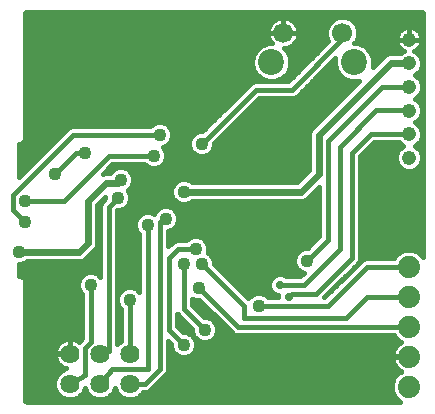
<source format=gbl>
G75*
G70*
%OFA0B0*%
%FSLAX24Y24*%
%IPPOS*%
%LPD*%
%AMOC8*
5,1,8,0,0,1.08239X$1,22.5*
%
%ADD10C,0.0640*%
%ADD11C,0.0740*%
%ADD12C,0.0866*%
%ADD13C,0.0669*%
%ADD14C,0.0476*%
%ADD15C,0.0160*%
%ADD16C,0.0436*%
%ADD17C,0.0290*%
%ADD18C,0.0240*%
D10*
X007600Y001001D03*
X008600Y001001D03*
X009600Y001001D03*
X009600Y002001D03*
X008600Y002001D03*
X007600Y002001D03*
D11*
X018900Y001901D03*
X018900Y002901D03*
X018900Y003901D03*
X018900Y004901D03*
X018900Y000901D03*
D12*
X017078Y011716D03*
X014322Y011716D03*
D13*
X014716Y012701D03*
X016684Y012701D03*
D14*
X018906Y012469D03*
X018906Y011682D03*
X018906Y010894D03*
X018906Y010107D03*
X018906Y009320D03*
X018906Y008532D03*
D15*
X006100Y004483D02*
X006100Y000483D01*
X006102Y000467D01*
X006114Y000437D01*
X006137Y000415D01*
X006167Y000402D01*
X006183Y000401D01*
X018618Y000401D01*
X018577Y000417D01*
X018417Y000578D01*
X018330Y000787D01*
X018330Y001014D01*
X018417Y001224D01*
X018577Y001384D01*
X018646Y001413D01*
X018612Y001430D01*
X018542Y001481D01*
X018480Y001542D01*
X018430Y001612D01*
X018390Y001690D01*
X018364Y001772D01*
X018350Y001857D01*
X018350Y001881D01*
X018880Y001881D01*
X018880Y001921D01*
X018350Y001921D01*
X018350Y001944D01*
X018364Y002029D01*
X018390Y002112D01*
X018430Y002189D01*
X018480Y002259D01*
X018542Y002320D01*
X018612Y002371D01*
X018646Y002389D01*
X018577Y002417D01*
X018417Y002578D01*
X018399Y002621D01*
X013144Y002621D01*
X013041Y002663D01*
X012963Y002742D01*
X011922Y003783D01*
X011817Y003783D01*
X011680Y003839D01*
X011680Y003617D01*
X012078Y003219D01*
X012183Y003219D01*
X012337Y003155D01*
X012454Y003037D01*
X012518Y002884D01*
X012518Y002717D01*
X012454Y002564D01*
X012337Y002446D01*
X012183Y002383D01*
X012017Y002383D01*
X011863Y002446D01*
X011746Y002564D01*
X011682Y002717D01*
X011682Y002823D01*
X011180Y003325D01*
X011180Y002917D01*
X011378Y002719D01*
X011483Y002719D01*
X011637Y002655D01*
X011754Y002537D01*
X011818Y002384D01*
X011818Y002217D01*
X011754Y002064D01*
X011637Y001946D01*
X011483Y001883D01*
X011317Y001883D01*
X011163Y001946D01*
X011046Y002064D01*
X010982Y002217D01*
X010982Y002323D01*
X010880Y002425D01*
X010880Y001445D01*
X010837Y001342D01*
X010337Y000842D01*
X010259Y000763D01*
X010156Y000721D01*
X010047Y000721D01*
X010041Y000706D01*
X009895Y000560D01*
X009703Y000481D01*
X009497Y000481D01*
X009305Y000560D01*
X009159Y000706D01*
X009100Y000849D01*
X009041Y000706D01*
X008895Y000560D01*
X008703Y000481D01*
X008497Y000481D01*
X008305Y000560D01*
X008159Y000706D01*
X008100Y000849D01*
X008041Y000706D01*
X007895Y000560D01*
X007703Y000481D01*
X007497Y000481D01*
X007305Y000560D01*
X007159Y000706D01*
X007080Y000897D01*
X007080Y001104D01*
X007159Y001295D01*
X007305Y001441D01*
X007480Y001514D01*
X007408Y001537D01*
X007338Y001573D01*
X007274Y001619D01*
X007219Y001675D01*
X007172Y001739D01*
X007137Y001809D01*
X007112Y001884D01*
X007100Y001961D01*
X007100Y001992D01*
X007591Y001992D01*
X007591Y002009D01*
X007100Y002009D01*
X007100Y002040D01*
X007112Y002118D01*
X007137Y002193D01*
X007172Y002263D01*
X007219Y002326D01*
X007274Y002382D01*
X007338Y002428D01*
X007408Y002464D01*
X007483Y002488D01*
X007561Y002501D01*
X007591Y002501D01*
X007591Y002009D01*
X007609Y002009D01*
X007609Y002501D01*
X007639Y002501D01*
X007717Y002488D01*
X007792Y002464D01*
X007862Y002428D01*
X007902Y002399D01*
X007941Y002438D01*
X007941Y002438D01*
X008020Y002517D01*
X006100Y002517D01*
X006100Y002675D02*
X008020Y002675D01*
X008020Y002517D02*
X008020Y003989D01*
X007946Y004064D01*
X007882Y004217D01*
X007882Y004384D01*
X007946Y004537D01*
X008063Y004655D01*
X008217Y004719D01*
X008383Y004719D01*
X008537Y004655D01*
X008620Y004572D01*
X008620Y006956D01*
X008663Y007059D01*
X008741Y007138D01*
X008782Y007178D01*
X008782Y007230D01*
X008520Y006968D01*
X008520Y005637D01*
X008471Y005519D01*
X008381Y005429D01*
X008081Y005129D01*
X007964Y005081D01*
X006171Y005081D01*
X006137Y005046D01*
X005983Y004983D01*
X005900Y004983D01*
X005900Y004601D01*
X005983Y004601D01*
X006100Y004483D01*
X006100Y004419D02*
X007896Y004419D01*
X007882Y004260D02*
X006100Y004260D01*
X006100Y004102D02*
X007930Y004102D01*
X008020Y003943D02*
X006100Y003943D01*
X006100Y003785D02*
X008020Y003785D01*
X008020Y003626D02*
X006100Y003626D01*
X006100Y003468D02*
X008020Y003468D01*
X008020Y003309D02*
X006100Y003309D01*
X006100Y003151D02*
X008020Y003151D01*
X008020Y002992D02*
X006100Y002992D01*
X006100Y002834D02*
X008020Y002834D01*
X008300Y002401D02*
X008100Y002201D01*
X008100Y001301D01*
X007600Y001001D01*
X007949Y000615D02*
X008251Y000615D01*
X008131Y000773D02*
X008069Y000773D01*
X008600Y001001D02*
X009000Y001501D01*
X010200Y001501D01*
X010200Y006301D01*
X010600Y006401D02*
X010600Y001501D01*
X010100Y001001D01*
X009600Y001001D01*
X009949Y000615D02*
X018401Y000615D01*
X018336Y000773D02*
X010269Y000773D01*
X010427Y000932D02*
X018330Y000932D01*
X018362Y001090D02*
X010586Y001090D01*
X010744Y001249D02*
X018442Y001249D01*
X018633Y001407D02*
X010864Y001407D01*
X010880Y001566D02*
X018464Y001566D01*
X018379Y001724D02*
X010880Y001724D01*
X010880Y001883D02*
X011317Y001883D01*
X011483Y001883D02*
X018880Y001883D01*
X018367Y002041D02*
X011732Y002041D01*
X011811Y002200D02*
X018437Y002200D01*
X018594Y002358D02*
X011818Y002358D01*
X011793Y002517D02*
X011763Y002517D01*
X011699Y002675D02*
X011588Y002675D01*
X011671Y002834D02*
X011263Y002834D01*
X011180Y002992D02*
X011512Y002992D01*
X011354Y003151D02*
X011180Y003151D01*
X011180Y003309D02*
X011195Y003309D01*
X011400Y003501D02*
X012100Y002801D01*
X012407Y002517D02*
X018478Y002517D01*
X018900Y002901D02*
X013200Y002901D01*
X011900Y004201D01*
X011812Y003785D02*
X011680Y003785D01*
X011680Y003626D02*
X012078Y003626D01*
X012237Y003468D02*
X011829Y003468D01*
X011987Y003309D02*
X012395Y003309D01*
X012341Y003151D02*
X012554Y003151D01*
X012473Y002992D02*
X012712Y002992D01*
X012871Y002834D02*
X012518Y002834D01*
X012501Y002675D02*
X013029Y002675D01*
X013400Y003201D02*
X013400Y003601D01*
X012000Y005001D01*
X012418Y004978D02*
X012418Y005084D01*
X012354Y005237D01*
X012237Y005355D01*
X012199Y005371D01*
X012218Y005417D01*
X012218Y005584D01*
X012154Y005737D01*
X012037Y005855D01*
X011883Y005919D01*
X011717Y005919D01*
X011563Y005855D01*
X011489Y005781D01*
X011144Y005781D01*
X011041Y005738D01*
X010880Y005577D01*
X010880Y006083D01*
X010883Y006083D01*
X011037Y006146D01*
X011154Y006264D01*
X011218Y006417D01*
X011218Y006584D01*
X011154Y006737D01*
X011037Y006855D01*
X010883Y006919D01*
X010717Y006919D01*
X010563Y006855D01*
X010446Y006737D01*
X010415Y006664D01*
X010283Y006719D01*
X010117Y006719D01*
X009963Y006655D01*
X009846Y006537D01*
X009782Y006384D01*
X009782Y006217D01*
X009846Y006064D01*
X009920Y005989D01*
X009920Y004072D01*
X009837Y004155D01*
X009683Y004219D01*
X009517Y004219D01*
X009363Y004155D01*
X009246Y004037D01*
X009182Y003884D01*
X009182Y003717D01*
X009246Y003564D01*
X009320Y003489D01*
X009320Y002447D01*
X009305Y002441D01*
X009180Y002316D01*
X009180Y006783D01*
X009283Y006783D01*
X009437Y006846D01*
X009554Y006964D01*
X009618Y007117D01*
X009618Y007284D01*
X009554Y007437D01*
X009541Y007451D01*
X009654Y007564D01*
X009718Y007717D01*
X009718Y007884D01*
X009654Y008037D01*
X009537Y008155D01*
X009383Y008219D01*
X009217Y008219D01*
X009063Y008155D01*
X008946Y008037D01*
X008939Y008021D01*
X008736Y008021D01*
X008702Y008006D01*
X009016Y008321D01*
X010089Y008321D01*
X010163Y008246D01*
X010317Y008183D01*
X010483Y008183D01*
X010637Y008246D01*
X010754Y008364D01*
X010818Y008517D01*
X010818Y008684D01*
X010754Y008837D01*
X010702Y008890D01*
X010837Y008946D01*
X010954Y009064D01*
X011018Y009217D01*
X011018Y009384D01*
X010954Y009537D01*
X010837Y009655D01*
X010683Y009719D01*
X010517Y009719D01*
X010363Y009655D01*
X010289Y009581D01*
X007644Y009581D01*
X007541Y009538D01*
X007463Y009459D01*
X005900Y007897D01*
X005900Y009001D01*
X005983Y009001D01*
X006100Y009118D01*
X006100Y013317D01*
X006102Y013332D01*
X006113Y013361D01*
X006136Y013383D01*
X006164Y013395D01*
X006180Y013397D01*
X019311Y013397D01*
X019326Y013395D01*
X019353Y013379D01*
X019368Y013353D01*
X019370Y013337D01*
X019370Y005237D01*
X019223Y005384D01*
X019013Y005471D01*
X018787Y005471D01*
X018577Y005384D01*
X018417Y005224D01*
X018399Y005181D01*
X017444Y005181D01*
X017341Y005138D01*
X017263Y005059D01*
X016084Y003881D01*
X016076Y003881D01*
X017159Y004963D01*
X017237Y005042D01*
X017280Y005145D01*
X017280Y008585D01*
X017741Y009046D01*
X018560Y009046D01*
X018658Y008948D01*
X018712Y008926D01*
X018658Y008904D01*
X018535Y008780D01*
X018468Y008619D01*
X018468Y008445D01*
X018535Y008284D01*
X018658Y008161D01*
X018819Y008094D01*
X018993Y008094D01*
X019154Y008161D01*
X019278Y008284D01*
X019344Y008445D01*
X019344Y008619D01*
X019278Y008780D01*
X019154Y008904D01*
X019101Y008926D01*
X019154Y008948D01*
X019278Y009071D01*
X019344Y009232D01*
X019344Y009407D01*
X019278Y009568D01*
X019154Y009691D01*
X019101Y009713D01*
X019154Y009736D01*
X019278Y009859D01*
X019344Y010020D01*
X019344Y010194D01*
X019278Y010355D01*
X019154Y010478D01*
X019101Y010501D01*
X019154Y010523D01*
X019278Y010646D01*
X019344Y010807D01*
X019344Y010981D01*
X019278Y011143D01*
X019154Y011266D01*
X019101Y011288D01*
X019154Y011310D01*
X019278Y011434D01*
X019344Y011595D01*
X019344Y011769D01*
X019278Y011930D01*
X019154Y012053D01*
X019075Y012086D01*
X019125Y012112D01*
X019179Y012150D01*
X019225Y012197D01*
X019264Y012250D01*
X019294Y012309D01*
X019314Y012371D01*
X019324Y012436D01*
X019324Y012469D01*
X018906Y012469D01*
X018488Y012469D01*
X018488Y012436D01*
X018498Y012371D01*
X018519Y012309D01*
X018549Y012250D01*
X018587Y012197D01*
X018634Y012150D01*
X018687Y012112D01*
X018737Y012086D01*
X018658Y012053D01*
X018626Y012021D01*
X018236Y012021D01*
X018119Y011972D01*
X018029Y011882D01*
X017692Y011546D01*
X017711Y011590D01*
X017711Y011842D01*
X017615Y012075D01*
X017437Y012253D01*
X017204Y012349D01*
X017089Y012349D01*
X017138Y012398D01*
X017219Y012594D01*
X017219Y012807D01*
X017138Y013003D01*
X016987Y013154D01*
X016791Y013235D01*
X016578Y013235D01*
X016381Y013154D01*
X016231Y013003D01*
X016150Y012807D01*
X016150Y012594D01*
X016222Y012419D01*
X014884Y011081D01*
X013744Y011081D01*
X013641Y011038D01*
X013563Y010959D01*
X012022Y009419D01*
X011917Y009419D01*
X011763Y009355D01*
X011646Y009237D01*
X011582Y009084D01*
X011582Y008917D01*
X011646Y008764D01*
X011763Y008646D01*
X011917Y008583D01*
X012083Y008583D01*
X012237Y008646D01*
X012354Y008764D01*
X012418Y008917D01*
X012418Y009023D01*
X013916Y010521D01*
X015056Y010521D01*
X015159Y010563D01*
X016450Y011855D01*
X016445Y011842D01*
X016445Y011590D01*
X016541Y011358D01*
X016719Y011180D01*
X016952Y011083D01*
X017204Y011083D01*
X017249Y011102D01*
X015629Y009482D01*
X015580Y009364D01*
X015580Y008133D01*
X015167Y007721D01*
X011671Y007721D01*
X011637Y007755D01*
X011483Y007819D01*
X011317Y007819D01*
X011163Y007755D01*
X011046Y007637D01*
X010982Y007484D01*
X010982Y007317D01*
X011046Y007164D01*
X011163Y007046D01*
X011317Y006983D01*
X011483Y006983D01*
X011637Y007046D01*
X011671Y007081D01*
X015364Y007081D01*
X015481Y007129D01*
X015920Y007568D01*
X015920Y005917D01*
X015522Y005519D01*
X015417Y005519D01*
X015263Y005455D01*
X015146Y005337D01*
X015082Y005184D01*
X015082Y005017D01*
X015146Y004864D01*
X015263Y004746D01*
X015395Y004692D01*
X015284Y004581D01*
X014808Y004581D01*
X014795Y004593D01*
X014669Y004646D01*
X014531Y004646D01*
X014405Y004593D01*
X014308Y004496D01*
X014255Y004369D01*
X014255Y004232D01*
X014308Y004105D01*
X014405Y004008D01*
X014531Y003956D01*
X014555Y003956D01*
X014555Y003881D01*
X014211Y003881D01*
X014137Y003955D01*
X013983Y004019D01*
X013817Y004019D01*
X013663Y003955D01*
X013552Y003844D01*
X012418Y004978D01*
X012418Y005053D02*
X015082Y005053D01*
X015093Y005211D02*
X012365Y005211D01*
X012202Y005370D02*
X015178Y005370D01*
X015532Y005528D02*
X012218Y005528D01*
X012176Y005687D02*
X015690Y005687D01*
X015849Y005845D02*
X012047Y005845D01*
X011800Y005501D02*
X011200Y005501D01*
X010900Y005201D01*
X010900Y002801D01*
X011400Y002301D01*
X011068Y002041D02*
X010880Y002041D01*
X010880Y002200D02*
X010989Y002200D01*
X010946Y002358D02*
X010880Y002358D01*
X009600Y002001D02*
X009600Y003801D01*
X009890Y004102D02*
X009920Y004102D01*
X009920Y004260D02*
X009180Y004260D01*
X009180Y004102D02*
X009310Y004102D01*
X009206Y003943D02*
X009180Y003943D01*
X009180Y003785D02*
X009182Y003785D01*
X009180Y003626D02*
X009220Y003626D01*
X009180Y003468D02*
X009320Y003468D01*
X009320Y003309D02*
X009180Y003309D01*
X009180Y003151D02*
X009320Y003151D01*
X009320Y002992D02*
X009180Y002992D01*
X009180Y002834D02*
X009320Y002834D01*
X009320Y002675D02*
X009180Y002675D01*
X009180Y002517D02*
X009320Y002517D01*
X009222Y002358D02*
X009180Y002358D01*
X008900Y002101D02*
X008600Y002001D01*
X008900Y002101D02*
X008900Y006901D01*
X009200Y007201D01*
X009618Y007272D02*
X011001Y007272D01*
X010982Y007430D02*
X009557Y007430D01*
X009665Y007589D02*
X011025Y007589D01*
X011155Y007747D02*
X009718Y007747D01*
X009709Y007906D02*
X015352Y007906D01*
X015194Y007747D02*
X011645Y007747D01*
X010762Y008381D02*
X015580Y008381D01*
X015580Y008223D02*
X010580Y008223D01*
X010220Y008223D02*
X008918Y008223D01*
X008972Y008064D02*
X008760Y008064D01*
X008900Y008601D02*
X010400Y008601D01*
X010735Y008857D02*
X011607Y008857D01*
X011582Y009015D02*
X010906Y009015D01*
X011000Y009174D02*
X011619Y009174D01*
X011740Y009332D02*
X011018Y009332D01*
X010974Y009491D02*
X012094Y009491D01*
X012253Y009649D02*
X010843Y009649D01*
X010357Y009649D02*
X006100Y009649D01*
X006100Y009491D02*
X007494Y009491D01*
X007336Y009332D02*
X006100Y009332D01*
X006100Y009174D02*
X007177Y009174D01*
X007019Y009015D02*
X005997Y009015D01*
X005900Y008857D02*
X006860Y008857D01*
X006702Y008698D02*
X005900Y008698D01*
X005900Y008540D02*
X006543Y008540D01*
X006385Y008381D02*
X005900Y008381D01*
X005900Y008223D02*
X006226Y008223D01*
X006068Y008064D02*
X005900Y008064D01*
X005900Y007906D02*
X005909Y007906D01*
X005700Y007301D02*
X007700Y009301D01*
X010600Y009301D01*
X010812Y008698D02*
X011711Y008698D01*
X012000Y009001D02*
X013800Y010801D01*
X015000Y010801D01*
X016684Y012485D01*
X016684Y012701D01*
X016188Y012502D02*
X015192Y012502D01*
X015193Y012503D02*
X015218Y012580D01*
X015230Y012660D01*
X015230Y012701D01*
X015230Y012741D01*
X015218Y012821D01*
X015193Y012898D01*
X015156Y012970D01*
X015108Y013036D01*
X015051Y013093D01*
X014985Y013141D01*
X014913Y013178D01*
X014836Y013203D01*
X014756Y013215D01*
X014716Y013215D01*
X014716Y012701D01*
X014716Y012701D01*
X015230Y012701D01*
X014716Y012701D01*
X014716Y012701D01*
X014716Y013215D01*
X014675Y013215D01*
X014595Y013203D01*
X014518Y013178D01*
X014446Y013141D01*
X014380Y013093D01*
X014323Y013036D01*
X014276Y012970D01*
X014239Y012898D01*
X014214Y012821D01*
X014201Y012741D01*
X014201Y012701D01*
X014716Y012701D01*
X014716Y012701D01*
X014201Y012701D01*
X014201Y012660D01*
X014214Y012580D01*
X014239Y012503D01*
X014276Y012431D01*
X014323Y012365D01*
X014339Y012349D01*
X014196Y012349D01*
X013963Y012253D01*
X013785Y012075D01*
X013689Y011842D01*
X013689Y011590D01*
X013785Y011358D01*
X013963Y011180D01*
X014196Y011083D01*
X014448Y011083D01*
X014681Y011180D01*
X014859Y011358D01*
X014955Y011590D01*
X014955Y011842D01*
X014859Y012075D01*
X014748Y012186D01*
X014756Y012186D01*
X014836Y012199D01*
X014913Y012224D01*
X014985Y012260D01*
X015051Y012308D01*
X015108Y012365D01*
X015156Y012431D01*
X015193Y012503D01*
X015230Y012661D02*
X016150Y012661D01*
X016155Y012819D02*
X015218Y012819D01*
X015151Y012978D02*
X016220Y012978D01*
X016364Y013136D02*
X014992Y013136D01*
X014716Y013136D02*
X014716Y013136D01*
X014716Y012978D02*
X014716Y012978D01*
X014716Y012819D02*
X014716Y012819D01*
X014440Y013136D02*
X006100Y013136D01*
X006100Y012978D02*
X014281Y012978D01*
X014213Y012819D02*
X006100Y012819D01*
X006100Y012661D02*
X014201Y012661D01*
X014239Y012502D02*
X006100Y012502D01*
X006100Y012344D02*
X014182Y012344D01*
X013896Y012185D02*
X006100Y012185D01*
X006100Y012027D02*
X013765Y012027D01*
X013700Y011868D02*
X006100Y011868D01*
X006100Y011710D02*
X013689Y011710D01*
X013705Y011551D02*
X006100Y011551D01*
X006100Y011393D02*
X013771Y011393D01*
X013909Y011234D02*
X006100Y011234D01*
X006100Y011076D02*
X013732Y011076D01*
X013521Y010917D02*
X006100Y010917D01*
X006100Y010759D02*
X013362Y010759D01*
X013204Y010600D02*
X006100Y010600D01*
X006100Y010442D02*
X013045Y010442D01*
X012887Y010283D02*
X006100Y010283D01*
X006100Y010125D02*
X012728Y010125D01*
X012570Y009966D02*
X006100Y009966D01*
X006100Y009808D02*
X012411Y009808D01*
X012886Y009491D02*
X015637Y009491D01*
X015580Y009332D02*
X012728Y009332D01*
X012569Y009174D02*
X015580Y009174D01*
X015580Y009015D02*
X012418Y009015D01*
X012393Y008857D02*
X015580Y008857D01*
X015580Y008698D02*
X012289Y008698D01*
X013045Y009649D02*
X015796Y009649D01*
X015954Y009808D02*
X013203Y009808D01*
X013362Y009966D02*
X016113Y009966D01*
X016271Y010125D02*
X013520Y010125D01*
X013679Y010283D02*
X016430Y010283D01*
X016588Y010442D02*
X013837Y010442D01*
X014735Y011234D02*
X015038Y011234D01*
X015196Y011393D02*
X014873Y011393D01*
X014939Y011551D02*
X015355Y011551D01*
X015513Y011710D02*
X014955Y011710D01*
X014944Y011868D02*
X015672Y011868D01*
X015830Y012027D02*
X014879Y012027D01*
X014749Y012185D02*
X015989Y012185D01*
X016147Y012344D02*
X015087Y012344D01*
X016147Y011551D02*
X016461Y011551D01*
X016445Y011710D02*
X016305Y011710D01*
X016527Y011393D02*
X015988Y011393D01*
X015830Y011234D02*
X016665Y011234D01*
X017064Y010917D02*
X015513Y010917D01*
X015671Y011076D02*
X017222Y011076D01*
X016905Y010759D02*
X015354Y010759D01*
X015196Y010600D02*
X016747Y010600D01*
X017813Y010113D02*
X018906Y010113D01*
X018906Y010107D01*
X019308Y010283D02*
X019370Y010283D01*
X019370Y010125D02*
X019344Y010125D01*
X019322Y009966D02*
X019370Y009966D01*
X019370Y009808D02*
X019227Y009808D01*
X019196Y009649D02*
X019370Y009649D01*
X019370Y009491D02*
X019310Y009491D01*
X019344Y009332D02*
X019370Y009332D01*
X019370Y009174D02*
X019320Y009174D01*
X019370Y009015D02*
X019222Y009015D01*
X019201Y008857D02*
X019370Y008857D01*
X019370Y008698D02*
X019312Y008698D01*
X019344Y008540D02*
X019370Y008540D01*
X019370Y008381D02*
X019318Y008381D01*
X019370Y008223D02*
X019216Y008223D01*
X019370Y008064D02*
X017280Y008064D01*
X017280Y007906D02*
X019370Y007906D01*
X019370Y007747D02*
X017280Y007747D01*
X017280Y007589D02*
X019370Y007589D01*
X019370Y007430D02*
X017280Y007430D01*
X017280Y007272D02*
X019370Y007272D01*
X019370Y007113D02*
X017280Y007113D01*
X017280Y006955D02*
X019370Y006955D01*
X019370Y006796D02*
X017280Y006796D01*
X017280Y006638D02*
X019370Y006638D01*
X019370Y006479D02*
X017280Y006479D01*
X017280Y006321D02*
X019370Y006321D01*
X019370Y006162D02*
X017280Y006162D01*
X017280Y006004D02*
X019370Y006004D01*
X019370Y005845D02*
X017280Y005845D01*
X017280Y005687D02*
X019370Y005687D01*
X019370Y005528D02*
X017280Y005528D01*
X017280Y005370D02*
X018563Y005370D01*
X018412Y005211D02*
X017280Y005211D01*
X017263Y005059D02*
X017263Y005059D01*
X017256Y005053D02*
X017242Y005053D01*
X017098Y004894D02*
X017090Y004894D01*
X016939Y004736D02*
X016931Y004736D01*
X016781Y004577D02*
X016773Y004577D01*
X016622Y004419D02*
X016614Y004419D01*
X016464Y004260D02*
X016456Y004260D01*
X016305Y004102D02*
X016297Y004102D01*
X016147Y003943D02*
X016139Y003943D01*
X015800Y004001D02*
X015000Y004001D01*
X014900Y003901D01*
X014555Y003943D02*
X014149Y003943D01*
X014311Y004102D02*
X013295Y004102D01*
X013136Y004260D02*
X014255Y004260D01*
X014275Y004419D02*
X012978Y004419D01*
X012819Y004577D02*
X014389Y004577D01*
X014600Y004301D02*
X015400Y004301D01*
X016600Y005501D01*
X016600Y008901D01*
X017813Y010113D01*
X017625Y009326D02*
X018906Y009326D01*
X018906Y009320D01*
X018591Y009015D02*
X017711Y009015D01*
X017552Y008857D02*
X018611Y008857D01*
X018501Y008698D02*
X017394Y008698D01*
X017280Y008540D02*
X018468Y008540D01*
X018495Y008381D02*
X017280Y008381D01*
X017280Y008223D02*
X018596Y008223D01*
X017625Y009326D02*
X017000Y008701D01*
X017000Y005201D01*
X015800Y004001D01*
X016200Y003601D02*
X017500Y004901D01*
X018900Y004901D01*
X019237Y005370D02*
X019370Y005370D01*
X018900Y003901D02*
X017500Y003901D01*
X016800Y003201D01*
X013400Y003201D01*
X013900Y003601D02*
X016200Y003601D01*
X015289Y004736D02*
X012661Y004736D01*
X012502Y004894D02*
X015133Y004894D01*
X015500Y005101D02*
X016200Y005801D01*
X016200Y009094D01*
X018006Y010901D01*
X018906Y010901D01*
X018906Y010894D01*
X019232Y010600D02*
X019370Y010600D01*
X019370Y010442D02*
X019191Y010442D01*
X019324Y010759D02*
X019370Y010759D01*
X019370Y010917D02*
X019344Y010917D01*
X019370Y011076D02*
X019305Y011076D01*
X019370Y011234D02*
X019186Y011234D01*
X019237Y011393D02*
X019370Y011393D01*
X019370Y011551D02*
X019326Y011551D01*
X019344Y011710D02*
X019370Y011710D01*
X019370Y011868D02*
X019303Y011868D01*
X019370Y012027D02*
X019181Y012027D01*
X019214Y012185D02*
X019370Y012185D01*
X019370Y012344D02*
X019305Y012344D01*
X019324Y012469D02*
X019324Y012502D01*
X019314Y012567D01*
X019294Y012630D01*
X019264Y012688D01*
X019225Y012742D01*
X019179Y012788D01*
X019125Y012827D01*
X019067Y012857D01*
X019004Y012877D01*
X018939Y012887D01*
X018906Y012887D01*
X018873Y012887D01*
X018808Y012877D01*
X018746Y012857D01*
X018687Y012827D01*
X018634Y012788D01*
X018587Y012742D01*
X018549Y012688D01*
X018519Y012630D01*
X018498Y012567D01*
X018488Y012502D01*
X018488Y012469D01*
X018906Y012469D01*
X018906Y012469D01*
X018906Y012887D01*
X018906Y012469D01*
X018906Y012469D01*
X018906Y012469D01*
X019324Y012469D01*
X019324Y012502D02*
X019370Y012502D01*
X019370Y012661D02*
X019278Y012661D01*
X019370Y012819D02*
X019136Y012819D01*
X018906Y012819D02*
X018906Y012819D01*
X018906Y012661D02*
X018906Y012661D01*
X018906Y012502D02*
X018906Y012502D01*
X018677Y012819D02*
X017214Y012819D01*
X017219Y012661D02*
X018535Y012661D01*
X018488Y012502D02*
X017181Y012502D01*
X017218Y012344D02*
X018507Y012344D01*
X018599Y012185D02*
X017504Y012185D01*
X017635Y012027D02*
X018632Y012027D01*
X018894Y011701D02*
X018894Y011694D01*
X018906Y011682D01*
X018029Y011882D02*
X018029Y011882D01*
X018015Y011868D02*
X017700Y011868D01*
X017711Y011710D02*
X017856Y011710D01*
X017698Y011551D02*
X017695Y011551D01*
X017148Y012978D02*
X019370Y012978D01*
X019370Y013136D02*
X017005Y013136D01*
X019370Y013295D02*
X006100Y013295D01*
X007800Y008701D02*
X007100Y008001D01*
X007800Y008701D02*
X008100Y008701D01*
X008900Y008601D02*
X007400Y007101D01*
X006100Y007101D01*
X005700Y007301D02*
X005700Y006801D01*
X006100Y006401D01*
X006143Y005053D02*
X008620Y005053D01*
X008620Y005211D02*
X008163Y005211D01*
X008322Y005370D02*
X008620Y005370D01*
X008620Y005528D02*
X008475Y005528D01*
X008520Y005687D02*
X008620Y005687D01*
X008620Y005845D02*
X008520Y005845D01*
X008520Y006004D02*
X008620Y006004D01*
X008620Y006162D02*
X008520Y006162D01*
X008520Y006321D02*
X008620Y006321D01*
X008620Y006479D02*
X008520Y006479D01*
X008520Y006638D02*
X008620Y006638D01*
X008620Y006796D02*
X008520Y006796D01*
X008520Y006955D02*
X008620Y006955D01*
X008665Y007113D02*
X008717Y007113D01*
X009180Y006638D02*
X009946Y006638D01*
X009821Y006479D02*
X009180Y006479D01*
X009180Y006321D02*
X009782Y006321D01*
X009805Y006162D02*
X009180Y006162D01*
X009180Y006004D02*
X009906Y006004D01*
X009920Y005845D02*
X009180Y005845D01*
X009180Y005687D02*
X009920Y005687D01*
X009920Y005528D02*
X009180Y005528D01*
X009180Y005370D02*
X009920Y005370D01*
X009920Y005211D02*
X009180Y005211D01*
X009180Y005053D02*
X009920Y005053D01*
X009920Y004894D02*
X009180Y004894D01*
X009180Y004736D02*
X009920Y004736D01*
X009920Y004577D02*
X009180Y004577D01*
X009180Y004419D02*
X009920Y004419D01*
X008620Y004577D02*
X008615Y004577D01*
X008620Y004736D02*
X005900Y004736D01*
X005900Y004894D02*
X008620Y004894D01*
X007985Y004577D02*
X006006Y004577D01*
X008300Y004301D02*
X008300Y002401D01*
X007609Y002358D02*
X007591Y002358D01*
X007591Y002200D02*
X007609Y002200D01*
X007609Y002041D02*
X007591Y002041D01*
X007250Y002358D02*
X006100Y002358D01*
X006100Y002200D02*
X007140Y002200D01*
X007100Y002041D02*
X006100Y002041D01*
X006100Y001883D02*
X007113Y001883D01*
X007183Y001724D02*
X006100Y001724D01*
X006100Y001566D02*
X007352Y001566D01*
X007271Y001407D02*
X006100Y001407D01*
X006100Y001249D02*
X007140Y001249D01*
X007080Y001090D02*
X006100Y001090D01*
X006100Y000932D02*
X007080Y000932D01*
X007131Y000773D02*
X006100Y000773D01*
X006100Y000615D02*
X007251Y000615D01*
X006106Y000456D02*
X018538Y000456D01*
X013651Y003943D02*
X013453Y003943D01*
X011400Y003501D02*
X011400Y005001D01*
X010990Y005687D02*
X010880Y005687D01*
X010880Y005845D02*
X011553Y005845D01*
X011053Y006162D02*
X015920Y006162D01*
X015920Y006004D02*
X010880Y006004D01*
X011178Y006321D02*
X015920Y006321D01*
X015920Y006479D02*
X011218Y006479D01*
X011196Y006638D02*
X015920Y006638D01*
X015920Y006796D02*
X011096Y006796D01*
X011096Y007113D02*
X009616Y007113D01*
X009545Y006955D02*
X015920Y006955D01*
X015920Y007113D02*
X015442Y007113D01*
X015624Y007272D02*
X015920Y007272D01*
X015920Y007430D02*
X015782Y007430D01*
X015511Y008064D02*
X009628Y008064D01*
X010818Y008540D02*
X015580Y008540D01*
X010800Y006501D02*
X010600Y006401D01*
X010504Y006796D02*
X009316Y006796D01*
X009131Y000773D02*
X009069Y000773D01*
X008949Y000615D02*
X009251Y000615D01*
D16*
X011400Y002301D03*
X012100Y002801D03*
X013900Y003601D03*
X012000Y005001D03*
X011400Y005001D03*
X011800Y005501D03*
X012700Y005501D03*
X011900Y004201D03*
X009600Y003801D03*
X008300Y004301D03*
X005900Y005401D03*
X006100Y006401D03*
X006100Y007101D03*
X007100Y008001D03*
X008100Y008701D03*
X009300Y007801D03*
X009200Y007201D03*
X010200Y006301D03*
X010800Y006501D03*
X011400Y007401D03*
X010400Y008601D03*
X010600Y009301D03*
X012000Y009001D03*
X015500Y005101D03*
D17*
X014600Y004301D03*
X014900Y003901D03*
D18*
X015300Y007401D02*
X011400Y007401D01*
X009300Y007801D02*
X009200Y007701D01*
X008800Y007701D01*
X008200Y007101D01*
X008200Y005701D01*
X007900Y005401D01*
X005900Y005401D01*
X015300Y007401D02*
X015900Y008001D01*
X015900Y009301D01*
X018300Y011701D01*
X018894Y011701D01*
M02*

</source>
